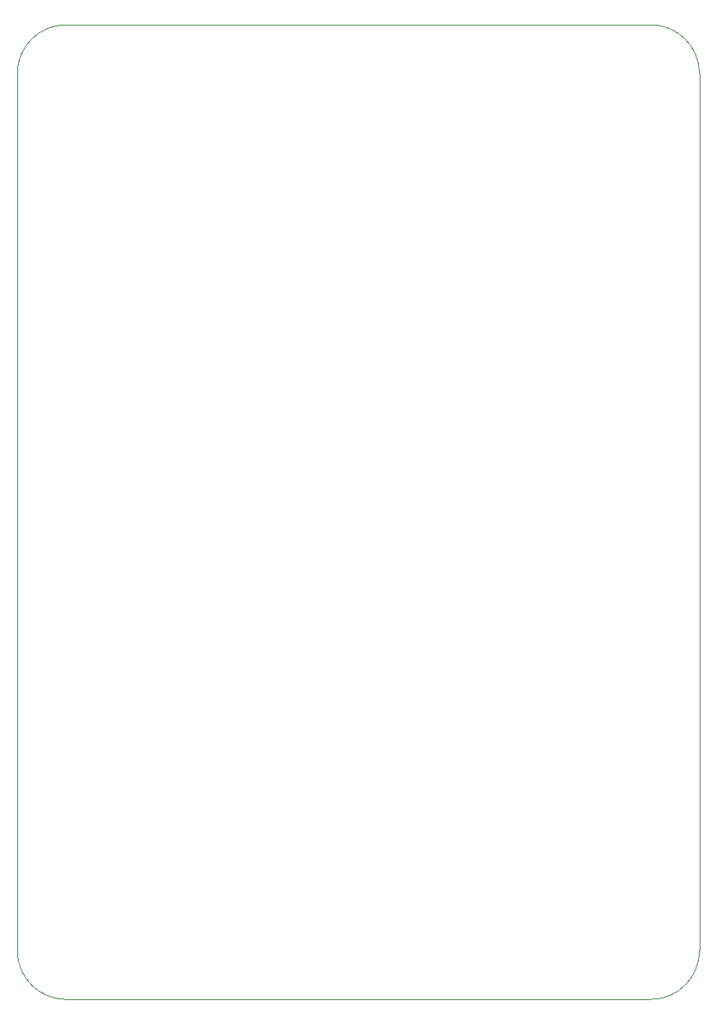
<source format=gbr>
%TF.GenerationSoftware,KiCad,Pcbnew,(6.0.4)*%
%TF.CreationDate,2023-07-24T12:38:11-04:00*%
%TF.ProjectId,BREAD_Slice,42524541-445f-4536-9c69-63652e6b6963,rev?*%
%TF.SameCoordinates,Original*%
%TF.FileFunction,Profile,NP*%
%FSLAX46Y46*%
G04 Gerber Fmt 4.6, Leading zero omitted, Abs format (unit mm)*
G04 Created by KiCad (PCBNEW (6.0.4)) date 2023-07-24 12:38:11*
%MOMM*%
%LPD*%
G01*
G04 APERTURE LIST*
%TA.AperFunction,Profile*%
%ADD10C,0.050000*%
%TD*%
G04 APERTURE END LIST*
D10*
X192600000Y-44800000D02*
X192600000Y-134800000D01*
X127600000Y-39800000D02*
X187600000Y-39800000D01*
X127600000Y-139800000D02*
X187600000Y-139800000D01*
X127600000Y-39800000D02*
G75*
G03*
X122600000Y-44800000I0J-5000000D01*
G01*
X122600000Y-134800000D02*
X122600000Y-44800000D01*
X122600000Y-134800000D02*
G75*
G03*
X127600000Y-139800000I5000000J0D01*
G01*
X187600000Y-139800000D02*
G75*
G03*
X192600000Y-134800000I0J5000000D01*
G01*
X192600000Y-44800000D02*
G75*
G03*
X187600000Y-39800000I-5000000J0D01*
G01*
M02*

</source>
